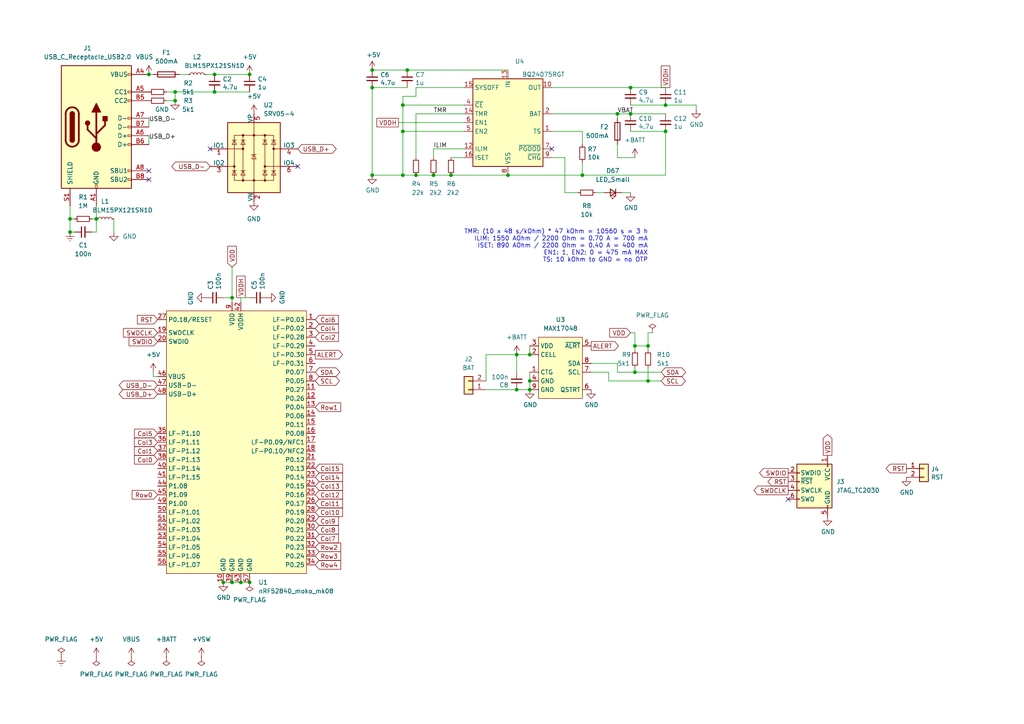
<source format=kicad_sch>
(kicad_sch (version 20211123) (generator eeschema)
  (paper "A4")
  (lib_symbols
    (symbol "Battery_Management:BQ24075RGT"
      (property "Reference" "U" (at -8.89 13.97 0))
      (property "Value" "BQ24075RGT" (at 16.51 13.97 0))
      (symbol "BQ24075RGT_0_1"
        (rectangle (start -10.16 12.7) (end 10.16 -12.7) (stroke (width 0.254)) (fill (type background)))
      )
      (symbol "BQ24075RGT_1_1"
        (pin passive line (at 12.7 -2.54 180) (length 2.54) (name "TS") (number "1"))
        (pin power_out line (at 12.7 10.16 180) (length 2.54) (name "OUT") (number "10"))
        (pin passive line (at 12.7 10.16 180) (length 2.54) hide (name "OUT") (number "11"))
        (pin passive line (at -12.7 -7.62 0) (length 2.54) (name "ILIM") (number "12"))
        (pin power_in line (at 0 15.24 270) (length 2.54) (name "IN") (number "13"))
        (pin input line (at -12.7 2.54 0) (length 2.54) (name "TMR") (number "14"))
        (pin input line (at -12.7 10.16 0) (length 2.54) (name "SYSOFF") (number "15"))
        (pin passive line (at -12.7 -10.16 0) (length 2.54) (name "ISET") (number "16"))
        (pin passive line (at 0 -15.24 90) (length 2.54) hide (name "VSS") (number "17"))
        (pin power_out line (at 12.7 2.54 180) (length 2.54) (name "BAT") (number "2"))
        (pin passive line (at 12.7 2.54 180) (length 2.54) hide (name "BAT") (number "3"))
        (pin input line (at -12.7 5.08 0) (length 2.54) (name "~{CE}") (number "4"))
        (pin input line (at -12.7 -2.54 0) (length 2.54) (name "EN2") (number "5"))
        (pin input line (at -12.7 0 0) (length 2.54) (name "EN1") (number "6"))
        (pin open_collector line (at 12.7 -7.62 180) (length 2.54) (name "~{PGOOD}") (number "7"))
        (pin power_in line (at 0 -15.24 90) (length 2.54) (name "VSS") (number "8"))
        (pin open_collector line (at 12.7 -10.16 180) (length 2.54) (name "~{CHG}") (number "9"))
      )
    )
    (symbol "Connector:USB_C_Receptacle_USB2.0" (pin_names (offset 1.016))
      (property "Reference" "J" (at -10.16 19.05 0))
      (property "Value" "USB_C_Receptacle_USB2.0" (at 19.05 19.05 0))
      (symbol "USB_C_Receptacle_USB2.0_0_0"
        (rectangle (start -0.254 -17.78) (end 0.254 -16.764))
        (rectangle (start 10.16 -14.986) (end 9.144 -15.494))
        (rectangle (start 10.16 -12.446) (end 9.144 -12.954))
        (rectangle (start 10.16 -4.826) (end 9.144 -5.334))
        (rectangle (start 10.16 -2.286) (end 9.144 -2.794))
        (rectangle (start 10.16 0.254) (end 9.144 -0.254))
        (rectangle (start 10.16 2.794) (end 9.144 2.286))
        (rectangle (start 10.16 7.874) (end 9.144 7.366))
        (rectangle (start 10.16 10.414) (end 9.144 9.906))
        (rectangle (start 10.16 15.494) (end 9.144 14.986))
      )
      (symbol "USB_C_Receptacle_USB2.0_0_1"
        (rectangle (start -10.16 17.78) (end 10.16 -17.78) (stroke (width 0.254)) (fill (type background)))
        (arc (start -8.89 -3.81) (mid -6.985 -5.715) (end -5.08 -3.81) (stroke (width 0.508)))
        (arc (start -7.62 -3.81) (mid -6.985 -4.445) (end -6.35 -3.81) (stroke (width 0.254)))
        (arc (start -7.62 -3.81) (mid -6.985 -4.445) (end -6.35 -3.81) (stroke (width 0.254)) (fill (type outline)))
        (rectangle (start -7.62 -3.81) (end -6.35 3.81) (stroke (width 0.254)) (fill (type outline)))
        (arc (start -6.35 3.81) (mid -6.985 4.445) (end -7.62 3.81) (stroke (width 0.254)))
        (arc (start -6.35 3.81) (mid -6.985 4.445) (end -7.62 3.81) (stroke (width 0.254)) (fill (type outline)))
        (arc (start -5.08 3.81) (mid -6.985 5.715) (end -8.89 3.81) (stroke (width 0.508)))
        (circle (center -2.54 1.143) (radius 0.635) (stroke (width 0.254)) (fill (type outline)))
        (circle (center 0 -5.842) (radius 1.27) (fill (type outline)))
        (polyline (pts (xy -8.89 -3.81) (xy -8.89 3.81)) (stroke (width 0.508)))
        (polyline (pts (xy -5.08 3.81) (xy -5.08 -3.81)) (stroke (width 0.508)))
        (polyline (pts (xy 0 -5.842) (xy 0 4.318)) (stroke (width 0.508)))
        (polyline (pts (xy 0 -3.302) (xy -2.54 -0.762) (xy -2.54 0.508)) (stroke (width 0.508)))
        (polyline (pts (xy 0 -2.032) (xy 2.54 0.508) (xy 2.54 1.778)) (stroke (width 0.508)))
        (polyline (pts (xy -1.27 4.318) (xy 0 6.858) (xy 1.27 4.318) (xy -1.27 4.318)) (stroke (width 0.254)) (fill (type outline)))
        (rectangle (start 1.905 1.778) (end 3.175 3.048) (stroke (width 0.254)) (fill (type outline)))
      )
      (symbol "USB_C_Receptacle_USB2.0_1_1"
        (pin passive line (at 0 -22.86 90) (length 5.08) (name "GND") (number "A1"))
        (pin passive line (at 0 -22.86 90) (length 5.08) hide (name "GND") (number "A12"))
        (pin passive line (at 15.24 15.24 180) (length 5.08) (name "VBUS") (number "A4"))
        (pin bidirectional line (at 15.24 10.16 180) (length 5.08) (name "CC1") (number "A5"))
        (pin bidirectional line (at 15.24 -2.54 180) (length 5.08) (name "D+") (number "A6"))
        (pin bidirectional line (at 15.24 2.54 180) (length 5.08) (name "D-") (number "A7"))
        (pin bidirectional line (at 15.24 -12.7 180) (length 5.08) (name "SBU1") (number "A8"))
        (pin passive line (at 15.24 15.24 180) (length 5.08) hide (name "VBUS") (number "A9"))
        (pin passive line (at 0 -22.86 90) (length 5.08) hide (name "GND") (number "B1"))
        (pin passive line (at 0 -22.86 90) (length 5.08) hide (name "GND") (number "B12"))
        (pin passive line (at 15.24 15.24 180) (length 5.08) hide (name "VBUS") (number "B4"))
        (pin bidirectional line (at 15.24 7.62 180) (length 5.08) (name "CC2") (number "B5"))
        (pin bidirectional line (at 15.24 -5.08 180) (length 5.08) (name "D+") (number "B6"))
        (pin bidirectional line (at 15.24 0 180) (length 5.08) (name "D-") (number "B7"))
        (pin bidirectional line (at 15.24 -15.24 180) (length 5.08) (name "SBU2") (number "B8"))
        (pin passive line (at 15.24 15.24 180) (length 5.08) hide (name "VBUS") (number "B9"))
        (pin passive line (at -7.62 -22.86 90) (length 5.08) (name "SHIELD") (number "S1"))
      )
    )
    (symbol "Connector_Generic:Conn_01x02" (pin_names (offset 1.016) hide)
      (property "Reference" "J" (at 0 2.54 0))
      (property "Value" "Conn_01x02" (at 0 -5.08 0))
      (symbol "Conn_01x02_1_1"
        (rectangle (start -1.27 -2.413) (end 0 -2.667) (stroke (width 0.1524)))
        (rectangle (start -1.27 0.127) (end 0 -0.127) (stroke (width 0.1524)))
        (rectangle (start -1.27 1.27) (end 1.27 -3.81) (stroke (width 0.254)) (fill (type background)))
        (pin passive line (at -5.08 0 0) (length 3.81) (name "Pin_1") (number "1"))
        (pin passive line (at -5.08 -2.54 0) (length 3.81) (name "Pin_2") (number "2"))
      )
    )
    (symbol "Device:C_Small" (pin_numbers hide) (pin_names (offset 0.254) hide)
      (property "Reference" "C" (at 0.254 1.778 0))
      (property "Value" "C_Small" (at 0.254 -2.032 0))
      (symbol "C_Small_0_1"
        (polyline (pts (xy -1.524 -0.508) (xy 1.524 -0.508)) (stroke (width 0.3302)))
        (polyline (pts (xy -1.524 0.508) (xy 1.524 0.508)) (stroke (width 0.3048)))
      )
      (symbol "C_Small_1_1"
        (pin passive line (at 0 2.54 270) (length 2.032) (name "~") (number "1"))
        (pin passive line (at 0 -2.54 90) (length 2.032) (name "~") (number "2"))
      )
    )
    (symbol "Device:Fuse" (pin_numbers hide) (pin_names (offset 0))
      (property "Reference" "F" (at 2.032 0 90))
      (property "Value" "Fuse" (at -1.905 0 90))
      (symbol "Fuse_0_1"
        (rectangle (start -0.762 -2.54) (end 0.762 2.54) (stroke (width 0.254)))
        (polyline (pts (xy 0 2.54) (xy 0 -2.54)))
      )
      (symbol "Fuse_1_1"
        (pin passive line (at 0 3.81 270) (length 1.27) (name "~") (number "1"))
        (pin passive line (at 0 -3.81 90) (length 1.27) (name "~") (number "2"))
      )
    )
    (symbol "Device:LED_Small" (pin_numbers hide) (pin_names (offset 0.254) hide)
      (property "Reference" "D" (at -1.27 3.175 0))
      (property "Value" "LED_Small" (at -4.445 -2.54 0))
      (symbol "LED_Small_0_1"
        (polyline (pts (xy -0.762 -1.016) (xy -0.762 1.016)) (stroke (width 0.254)))
        (polyline (pts (xy 1.016 0) (xy -0.762 0)))
        (polyline (pts (xy 0.762 -1.016) (xy -0.762 0) (xy 0.762 1.016) (xy 0.762 -1.016)) (stroke (width 0.254)))
        (polyline (pts (xy 0 0.762) (xy -0.508 1.27) (xy -0.254 1.27) (xy -0.508 1.27) (xy -0.508 1.016)))
        (polyline (pts (xy 0.508 1.27) (xy 0 1.778) (xy 0.254 1.778) (xy 0 1.778) (xy 0 1.524)))
      )
      (symbol "LED_Small_1_1"
        (pin passive line (at -2.54 0 0) (length 1.778) (name "K") (number "1"))
        (pin passive line (at 2.54 0 180) (length 1.778) (name "A") (number "2"))
      )
    )
    (symbol "Device:L_Small" (pin_numbers hide) (pin_names (offset 0.254) hide)
      (property "Reference" "L" (at 0.762 1.016 0))
      (property "Value" "L_Small" (at 0.762 -1.016 0))
      (symbol "L_Small_0_1"
        (arc (start 0 -2.032) (mid 0.508 -1.524) (end 0 -1.016))
        (arc (start 0 -1.016) (mid 0.508 -0.508) (end 0 0))
        (arc (start 0 0) (mid 0.508 0.508) (end 0 1.016))
        (arc (start 0 1.016) (mid 0.508 1.524) (end 0 2.032))
      )
      (symbol "L_Small_1_1"
        (pin passive line (at 0 2.54 270) (length 0.508) (name "~") (number "1"))
        (pin passive line (at 0 -2.54 90) (length 0.508) (name "~") (number "2"))
      )
    )
    (symbol "Device:R_Small" (pin_numbers hide) (pin_names (offset 0.254) hide)
      (property "Reference" "R" (at 0.762 0.508 0))
      (property "Value" "R_Small" (at 0.762 -1.016 0))
      (symbol "R_Small_0_1"
        (rectangle (start -0.762 1.778) (end 0.762 -1.778) (stroke (width 0.2032)))
      )
      (symbol "R_Small_1_1"
        (pin passive line (at 0 2.54 270) (length 0.762) (name "~") (number "1"))
        (pin passive line (at 0 -2.54 90) (length 0.762) (name "~") (number "2"))
      )
    )
    (symbol "Power_Protection:SRV05-4" (pin_names (offset 0))
      (property "Reference" "U" (at -5.08 11.43 0))
      (property "Value" "SRV05-4" (at 2.54 11.43 0))
      (symbol "SRV05-4_0_0"
        (rectangle (start -5.715 6.477) (end 5.715 -6.604))
        (polyline (pts (xy -3.175 -6.604) (xy -3.175 6.477)))
        (polyline (pts (xy 3.175 6.477) (xy 3.175 -6.604)))
      )
      (symbol "SRV05-4_0_1"
        (rectangle (start -7.62 10.16) (end 7.62 -10.16) (stroke (width 0.254)) (fill (type background)))
        (circle (center -5.715 -2.54) (radius 0.2794) (fill (type outline)))
        (circle (center -3.175 -6.604) (radius 0.2794) (fill (type outline)))
        (circle (center -3.175 2.54) (radius 0.2794) (fill (type outline)))
        (circle (center -3.175 6.477) (radius 0.2794) (fill (type outline)))
        (circle (center 0 -6.604) (radius 0.2794) (fill (type outline)))
        (polyline (pts (xy -7.747 2.54) (xy -3.175 2.54)))
        (polyline (pts (xy -7.62 -2.54) (xy -5.715 -2.54)))
        (polyline (pts (xy -5.08 -3.81) (xy -6.35 -3.81)))
        (polyline (pts (xy -5.08 5.08) (xy -6.35 5.08)))
        (polyline (pts (xy -2.54 -3.81) (xy -3.81 -3.81)))
        (polyline (pts (xy -2.54 5.08) (xy -3.81 5.08)))
        (polyline (pts (xy 0 10.16) (xy 0 -10.16)))
        (polyline (pts (xy 3.81 -3.81) (xy 2.54 -3.81)))
        (polyline (pts (xy 3.81 5.08) (xy 2.54 5.08)))
        (polyline (pts (xy 6.35 -3.81) (xy 5.08 -3.81)))
        (polyline (pts (xy 6.35 5.08) (xy 5.08 5.08)))
        (polyline (pts (xy 7.62 -2.54) (xy 3.175 -2.54)))
        (polyline (pts (xy 7.62 2.54) (xy 5.715 2.54)))
        (polyline (pts (xy 0.635 0.889) (xy -0.635 0.889) (xy -0.635 0.635)))
        (polyline (pts (xy -5.08 -5.08) (xy -6.35 -5.08) (xy -5.715 -3.81) (xy -5.08 -5.08)))
        (polyline (pts (xy -5.08 3.81) (xy -6.35 3.81) (xy -5.715 5.08) (xy -5.08 3.81)))
        (polyline (pts (xy -2.54 -5.08) (xy -3.81 -5.08) (xy -3.175 -3.81) (xy -2.54 -5.08)))
        (polyline (pts (xy -2.54 3.81) (xy -3.81 3.81) (xy -3.175 5.08) (xy -2.54 3.81)))
        (polyline (pts (xy 0.635 -0.381) (xy -0.635 -0.381) (xy 0 0.889) (xy 0.635 -0.381)))
        (polyline (pts (xy 3.81 -5.08) (xy 2.54 -5.08) (xy 3.175 -3.81) (xy 3.81 -5.08)))
        (polyline (pts (xy 3.81 3.81) (xy 2.54 3.81) (xy 3.175 5.08) (xy 3.81 3.81)))
        (polyline (pts (xy 6.35 -5.08) (xy 5.08 -5.08) (xy 5.715 -3.81) (xy 6.35 -5.08)))
        (polyline (pts (xy 6.35 3.81) (xy 5.08 3.81) (xy 5.715 5.08) (xy 6.35 3.81)))
        (circle (center 0 6.477) (radius 0.2794) (fill (type outline)))
        (circle (center 3.175 -6.604) (radius 0.2794) (fill (type outline)))
        (circle (center 3.175 -2.54) (radius 0.2794) (fill (type outline)))
        (circle (center 3.175 6.477) (radius 0.2794) (fill (type outline)))
        (circle (center 5.715 2.54) (radius 0.2794) (fill (type outline)))
      )
      (symbol "SRV05-4_1_1"
        (pin passive line (at -12.7 2.54 0) (length 5.08) (name "IO1") (number "1"))
        (pin passive line (at 0 -12.7 90) (length 2.54) (name "VN") (number "2"))
        (pin passive line (at -12.7 -2.54 0) (length 5.08) (name "IO2") (number "3"))
        (pin passive line (at 12.7 2.54 180) (length 5.08) (name "IO3") (number "4"))
        (pin passive line (at 0 12.7 270) (length 2.54) (name "VP") (number "5"))
        (pin passive line (at 12.7 -2.54 180) (length 5.08) (name "IO4") (number "6"))
      )
    )
    (symbol "marbastlib-various:JTAG_TC2030" (pin_names (offset 1.016))
      (property "Reference" "J" (at -3.81 -6.35 0))
      (property "Value" "JTAG_TC2030" (at -10.16 8.89 0))
      (symbol "JTAG_TC2030_0_1"
        (rectangle (start -3.81 7.62) (end 6.35 -5.08) (stroke (width 0.254)) (fill (type background)))
        (rectangle (start -3.048 -2.667) (end -3.81 -2.413))
        (rectangle (start -3.048 -0.127) (end -3.81 0.127))
        (rectangle (start -3.048 2.413) (end -3.81 2.667))
        (rectangle (start -3.048 4.953) (end -3.81 5.207))
        (rectangle (start 4.953 -5.08) (end 5.207 -4.318))
        (rectangle (start 4.953 6.858) (end 5.207 7.62))
      )
      (symbol "JTAG_TC2030_1_1"
        (pin passive line (at 5.08 10.16 270) (length 2.54) (name "VCC") (number "1"))
        (pin passive line (at -6.35 5.08 0) (length 2.54) (name "SWDIO") (number "2"))
        (pin passive line (at -6.35 2.54 0) (length 2.54) (name "~{RST}") (number "3"))
        (pin passive line (at -6.35 0 0) (length 2.54) (name "SWCLK") (number "4"))
        (pin passive line (at 5.08 -7.62 90) (length 2.54) (name "GND") (number "5"))
        (pin passive line (at -6.35 -2.54 0) (length 2.54) (name "SWO") (number "6"))
      )
    )
    (symbol "marbastlib-various:MAX17048"
      (property "Reference" "U" (at 0 10.16 0))
      (property "Value" "MAX17048" (at 0 -10.16 0))
      (symbol "MAX17048_0_0"
        (pin power_in line (at -8.89 -1.27 0) (length 2.54) (name "CTG") (number "1"))
        (pin power_in line (at -8.89 3.81 0) (length 2.54) (name "CELL") (number "2"))
        (pin power_in line (at -8.89 6.35 0) (length 2.54) (name "VDD") (number "3"))
        (pin power_in line (at -8.89 -3.81 0) (length 2.54) (name "GND") (number "4"))
        (pin open_collector line (at 8.89 6.35 180) (length 2.54) (name "~{ALRT}") (number "5"))
        (pin input line (at 8.89 -6.35 180) (length 2.54) (name "QSTRT") (number "6"))
        (pin bidirectional line (at 8.89 -1.27 180) (length 2.54) (name "SCL") (number "7"))
        (pin bidirectional line (at 8.89 1.27 180) (length 2.54) (name "SDA") (number "8"))
        (pin power_in line (at -8.89 -6.35 0) (length 2.54) (name "GND") (number "9"))
      )
      (symbol "MAX17048_0_1"
        (rectangle (start -6.35 8.89) (end 6.35 -8.89) (stroke (width 0.1524)) (fill (type background)))
      )
    )
    (symbol "marbastlib-various:nRF52840_moko_mk08"
      (property "Reference" "U" (at 5.715 -39.37 0))
      (property "Value" "nRF52840_moko_mk08" (at 13.335 39.37 0))
      (symbol "nRF52840_moko_mk08_0_0"
        (pin bidirectional line (at 22.86 35.56 180) (length 2.54) (name "LF-P0.03") (number "1"))
        (pin power_in line (at -3.81 -40.64 90) (length 2.54) (name "GND") (number "10"))
        (pin bidirectional line (at 22.86 15.24 180) (length 2.54) (name "P0.27") (number "11"))
        (pin bidirectional line (at 22.86 12.7 180) (length 2.54) (name "P0.26") (number "12"))
        (pin bidirectional line (at 22.86 10.16 180) (length 2.54) (name "P0.04") (number "13"))
        (pin bidirectional line (at 22.86 7.62 180) (length 2.54) (name "P0.06") (number "14"))
        (pin bidirectional line (at 22.86 5.08 180) (length 2.54) (name "P0.11") (number "15"))
        (pin bidirectional line (at 22.86 2.54 180) (length 2.54) (name "P0.08") (number "16"))
        (pin bidirectional line (at 22.86 0 180) (length 2.54) (name "LF-P0.09/NFC1") (number "17"))
        (pin bidirectional line (at 22.86 -2.54 180) (length 2.54) (name "LF-P0.10/NFC2") (number "18"))
        (pin bidirectional line (at -22.86 31.75 0) (length 2.54) (name "SWDCLK") (number "19"))
        (pin bidirectional line (at 22.86 33.02 180) (length 2.54) (name "LF-P0.02") (number "2"))
        (pin bidirectional line (at -22.86 29.21 0) (length 2.54) (name "SWDIO") (number "20"))
        (pin bidirectional line (at 22.86 -5.08 180) (length 2.54) (name "P0.12") (number "21"))
        (pin bidirectional line (at 22.86 -7.62 180) (length 2.54) (name "P0.13") (number "22"))
        (pin bidirectional line (at 22.86 -10.16 180) (length 2.54) (name "P0.14") (number "23"))
        (pin bidirectional line (at 22.86 -12.7 180) (length 2.54) (name "P0.15") (number "24"))
        (pin bidirectional line (at 22.86 -15.24 180) (length 2.54) (name "P0.16") (number "25"))
        (pin bidirectional line (at 22.86 -17.78 180) (length 2.54) (name "P0.17") (number "26"))
        (pin input line (at -22.86 35.56 0) (length 2.54) (name "P0.18/RESET") (number "27"))
        (pin bidirectional line (at 22.86 -20.32 180) (length 2.54) (name "P0.19") (number "28"))
        (pin bidirectional line (at 22.86 -22.86 180) (length 2.54) (name "P0.20") (number "29"))
        (pin bidirectional line (at 22.86 30.48 180) (length 2.54) (name "LF-P0.28") (number "3"))
        (pin bidirectional line (at 22.86 -25.4 180) (length 2.54) (name "P0.21") (number "30"))
        (pin bidirectional line (at 22.86 -27.94 180) (length 2.54) (name "P0.22") (number "31"))
        (pin bidirectional line (at 22.86 -30.48 180) (length 2.54) (name "P0.23") (number "32"))
        (pin bidirectional line (at 22.86 -33.02 180) (length 2.54) (name "P0.24") (number "33"))
        (pin bidirectional line (at 22.86 -35.56 180) (length 2.54) (name "P0.25") (number "34"))
        (pin bidirectional line (at -22.86 2.54 0) (length 2.54) (name "LF-P1.10") (number "35"))
        (pin bidirectional line (at -22.86 0 0) (length 2.54) (name "LF-P1.11") (number "36"))
        (pin bidirectional line (at -22.86 -2.54 0) (length 2.54) (name "LF-P1.12") (number "37"))
        (pin bidirectional line (at -22.86 -5.08 0) (length 2.54) (name "LF-P1.13") (number "38"))
        (pin power_in line (at -1.27 -40.64 90) (length 2.54) (name "GND") (number "39"))
        (pin bidirectional line (at 22.86 27.94 180) (length 2.54) (name "LF-P0.29") (number "4"))
        (pin bidirectional line (at -22.86 -7.62 0) (length 2.54) (name "LF-P1.14") (number "40"))
        (pin bidirectional line (at -22.86 -10.16 0) (length 2.54) (name "LF-P1.15") (number "41"))
        (pin power_in line (at 1.27 40.64 270) (length 2.54) (name "VDDH") (number "42"))
        (pin power_in line (at 1.27 -40.64 90) (length 2.54) (name "GND") (number "43"))
        (pin bidirectional line (at -22.86 -12.7 0) (length 2.54) (name "P1.08") (number "44"))
        (pin bidirectional line (at -22.86 -15.24 0) (length 2.54) (name "P1.09") (number "45"))
        (pin power_in line (at -22.86 19.05 0) (length 2.54) (name "VBUS") (number "46"))
        (pin bidirectional line (at -22.86 16.51 0) (length 2.54) (name "USB-D-") (number "47"))
        (pin bidirectional line (at -22.86 13.97 0) (length 2.54) (name "USB-D+") (number "48"))
        (pin bidirectional line (at -22.86 -17.78 0) (length 2.54) (name "P1.00") (number "49"))
        (pin bidirectional line (at 22.86 25.4 180) (length 2.54) (name "LF-P0.30") (number "5"))
        (pin bidirectional line (at -22.86 -20.32 0) (length 2.54) (name "LF-P1.01") (number "50"))
        (pin bidirectional line (at -22.86 -22.86 0) (length 2.54) (name "LF-P1.02") (number "51"))
        (pin bidirectional line (at -22.86 -25.4 0) (length 2.54) (name "LF-P1.03") (number "52"))
        (pin bidirectional line (at -22.86 -27.94 0) (length 2.54) (name "LF-P1.04") (number "53"))
        (pin bidirectional line (at -22.86 -30.48 0) (length 2.54) (name "LF-P1.05") (number "54"))
        (pin bidirectional line (at -22.86 -33.02 0) (length 2.54) (name "LF-P1.06") (number "55"))
        (pin bidirectional line (at -22.86 -35.56 0) (length 2.54) (name "LF-P1.07") (number "56"))
        (pin power_in line (at 3.81 -40.64 90) (length 2.54) (name "GND") (number "57"))
        (pin bidirectional line (at 22.86 22.86 180) (length 2.54) (name "LF-P0.31") (number "6"))
        (pin bidirectional line (at 22.86 20.32 180) (length 2.54) (name "P0.07") (number "7"))
        (pin bidirectional line (at 22.86 17.78 180) (length 2.54) (name "P0.05") (number "8"))
        (pin power_in line (at -1.27 40.64 270) (length 2.54) (name "VDD") (number "9"))
      )
      (symbol "nRF52840_moko_mk08_0_1"
        (rectangle (start -20.32 38.1) (end 20.32 -38.1) (stroke (width 0.1524)) (fill (type background)))
      )
    )
    (symbol "power:+5V" (power) (pin_names (offset 0))
      (property "Value" "+5V" (at 0 3.556 0))
      (symbol "+5V_0_1"
        (polyline (pts (xy -0.762 1.27) (xy 0 2.54)))
        (polyline (pts (xy 0 0) (xy 0 2.54)))
        (polyline (pts (xy 0 2.54) (xy 0.762 1.27)))
      )
      (symbol "+5V_1_1"
        (pin power_in line (at 0 0 90) (length 0) hide (name "+5V") (number "1"))
      )
    )
    (symbol "power:+BATT" (power) (pin_names (offset 0))
      (property "Value" "+BATT" (at 0 3.556 0))
      (symbol "+BATT_0_1"
        (polyline (pts (xy -0.762 1.27) (xy 0 2.54)))
        (polyline (pts (xy 0 0) (xy 0 2.54)))
        (polyline (pts (xy 0 2.54) (xy 0.762 1.27)))
      )
      (symbol "+BATT_1_1"
        (pin power_in line (at 0 0 90) (length 0) hide (name "+BATT") (number "1"))
      )
    )
    (symbol "power:+VSW" (power) (pin_names (offset 0))
      (property "Value" "+VSW" (at 0 3.556 0))
      (symbol "+VSW_0_1"
        (polyline (pts (xy -0.762 1.27) (xy 0 2.54)))
        (polyline (pts (xy 0 0) (xy 0 2.54)))
        (polyline (pts (xy 0 2.54) (xy 0.762 1.27)))
      )
      (symbol "+VSW_1_1"
        (pin power_in line (at 0 0 90) (length 0) hide (name "+VSW") (number "1"))
      )
    )
    (symbol "power:Earth" (power) (pin_names (offset 0))
      (symbol "Earth_0_1"
        (polyline (pts (xy -0.635 -1.905) (xy 0.635 -1.905)))
        (polyline (pts (xy -0.127 -2.54) (xy 0.127 -2.54)))
        (polyline (pts (xy 0 -1.27) (xy 0 0)))
        (polyline (pts (xy 1.27 -1.27) (xy -1.27 -1.27)))
      )
      (symbol "Earth_1_1"
        (pin power_in line (at 0 0 270) (length 0) hide (name "Earth") (number "1"))
      )
    )
    (symbol "power:GND" (power) (pin_names (offset 0))
      (property "Value" "GND" (at 0 -3.81 0))
      (symbol "GND_0_1"
        (polyline (pts (xy 0 0) (xy 0 -1.27) (xy 1.27 -1.27) (xy 0 -2.54) (xy -1.27 -1.27) (xy 0 -1.27)))
      )
      (symbol "GND_1_1"
        (pin power_in line (at 0 0 270) (length 0) hide (name "GND") (number "1"))
      )
    )
    (symbol "power:PWR_FLAG" (power) (pin_numbers hide) (pin_names (offset 0) hide)
      (property "Value" "PWR_FLAG" (at 0 3.81 0))
      (symbol "PWR_FLAG_0_0"
        (pin power_out line (at 0 0 90) (length 0) (name "pwr") (number "1"))
      )
      (symbol "PWR_FLAG_0_1"
        (polyline (pts (xy 0 0) (xy 0 1.27) (xy -1.016 1.905) (xy 0 2.54) (xy 1.016 1.905) (xy 0 1.27)))
      )
    )
    (symbol "power:VBUS" (power) (pin_names (offset 0))
      (property "Value" "VBUS" (at 0 3.81 0))
      (symbol "VBUS_0_1"
        (polyline (pts (xy -0.762 1.27) (xy 0 2.54)))
        (polyline (pts (xy 0 0) (xy 0 2.54)))
        (polyline (pts (xy 0 2.54) (xy 0.762 1.27)))
      )
      (symbol "VBUS_1_1"
        (pin power_in line (at 0 0 90) (length 0) hide (name "VBUS") (number "1"))
      )
    )
  )
  (junction (at 149.86 102.87))
  (junction (at 43.18 21.59))
  (junction (at 62.23 21.59))
  (junction (at 193.04 30.48) (diameter 0.9144))
  (junction (at 72.39 21.59))
  (junction (at 153.67 102.87))
  (junction (at 50.8 26.67))
  (junction (at 187.96 100.33))
  (junction (at 184.15 100.33))
  (junction (at 147.32 50.8))
  (junction (at 62.23 26.67))
  (junction (at 67.31 168.91))
  (junction (at 153.67 113.03))
  (junction (at 182.88 33.02) (diameter 0.9144))
  (junction (at 107.95 25.4) (diameter 0.9144))
  (junction (at 118.11 20.32) (diameter 0.9144))
  (junction (at 168.91 50.8) (diameter 0.9144))
  (junction (at 125.73 50.8) (diameter 0.9144))
  (junction (at 67.31 86.36))
  (junction (at 50.8 29.21))
  (junction (at 184.15 107.95))
  (junction (at 20.32 67.31))
  (junction (at 153.67 110.49))
  (junction (at 116.84 38.1) (diameter 0.9144))
  (junction (at 182.88 25.4) (diameter 0.9144))
  (junction (at 120.65 50.8) (diameter 0.9144))
  (junction (at 72.39 168.91))
  (junction (at 27.94 63.5))
  (junction (at 107.95 20.32) (diameter 0.9144))
  (junction (at 69.85 168.91))
  (junction (at 107.95 50.8) (diameter 0.9144))
  (junction (at 149.86 113.03))
  (junction (at 193.04 38.1) (diameter 0.9144))
  (junction (at 187.96 110.49))
  (junction (at 116.84 30.48))
  (junction (at 20.32 63.5))
  (junction (at 130.81 50.8) (diameter 0.9144))
  (junction (at 116.84 50.8) (diameter 0.9144))
  (junction (at 179.07 33.02))
  (junction (at 64.77 168.91))
  (no_connect (at 43.18 49.53))
  (no_connect (at 60.96 43.18))
  (no_connect (at 43.18 52.07))
  (no_connect (at 160.02 43.18))
  (no_connect (at 228.6 144.78))
  (no_connect (at 86.36 48.26))
  (wire (pts (xy 115.57 35.56) (xy 134.62 35.56)))
  (wire (pts (xy 184.15 96.52) (xy 182.88 96.52)))
  (wire (pts (xy 193.04 50.8) (xy 193.04 38.1)))
  (wire (pts (xy 187.96 110.49) (xy 191.77 110.49)))
  (wire (pts (xy 179.07 107.95) (xy 179.07 105.41)))
  (wire (pts (xy 107.95 50.8) (xy 116.84 50.8)))
  (wire (pts (xy 52.07 21.59) (xy 54.61 21.59)))
  (wire (pts (xy 116.84 27.94) (xy 116.84 30.48)))
  (wire (pts (xy 130.81 50.8) (xy 147.32 50.8)))
  (wire (pts (xy 43.18 39.37) (xy 43.18 41.91)))
  (wire (pts (xy 64.77 86.36) (xy 67.31 86.36)))
  (wire (pts (xy 149.86 107.95) (xy 149.86 102.87)))
  (wire (pts (xy 67.31 86.36) (xy 67.31 87.63)))
  (wire (pts (xy 149.86 102.87) (xy 153.67 102.87)))
  (wire (pts (xy 125.73 43.18) (xy 134.62 43.18)))
  (wire (pts (xy 184.15 101.6) (xy 184.15 100.33)))
  (wire (pts (xy 168.91 46.99) (xy 168.91 50.8)))
  (wire (pts (xy 171.45 107.95) (xy 176.53 107.95)))
  (wire (pts (xy 201.93 31.75) (xy 201.93 30.48)))
  (wire (pts (xy 62.23 21.59) (xy 72.39 21.59)))
  (wire (pts (xy 187.96 100.33) (xy 187.96 96.52)))
  (wire (pts (xy 160.02 25.4) (xy 182.88 25.4)))
  (wire (pts (xy 48.26 29.21) (xy 50.8 29.21)))
  (wire (pts (xy 182.88 25.4) (xy 193.04 25.4)))
  (wire (pts (xy 69.85 168.91) (xy 72.39 168.91)))
  (wire (pts (xy 176.53 110.49) (xy 187.96 110.49)))
  (wire (pts (xy 153.67 110.49) (xy 153.67 113.03)))
  (wire (pts (xy 69.85 86.36) (xy 72.39 86.36)))
  (wire (pts (xy 140.97 102.87) (xy 149.86 102.87)))
  (wire (pts (xy 50.8 26.67) (xy 62.23 26.67)))
  (wire (pts (xy 179.07 41.91) (xy 179.07 45.72)))
  (wire (pts (xy 168.91 50.8) (xy 193.04 50.8)))
  (wire (pts (xy 184.15 106.68) (xy 184.15 107.95)))
  (wire (pts (xy 107.95 20.32) (xy 118.11 20.32)))
  (wire (pts (xy 187.96 96.52) (xy 189.23 96.52)))
  (wire (pts (xy 27.94 67.31) (xy 27.94 63.5)))
  (wire (pts (xy 125.73 43.18) (xy 125.73 45.72)))
  (wire (pts (xy 182.88 30.48) (xy 193.04 30.48)))
  (wire (pts (xy 187.96 100.33) (xy 187.96 101.6)))
  (wire (pts (xy 62.23 26.67) (xy 72.39 26.67)))
  (wire (pts (xy 67.31 77.47) (xy 67.31 86.36)))
  (wire (pts (xy 118.11 20.32) (xy 147.32 20.32)))
  (wire (pts (xy 59.69 21.59) (xy 62.23 21.59)))
  (wire (pts (xy 27.94 63.5) (xy 27.94 59.69)))
  (wire (pts (xy 140.97 110.49) (xy 140.97 102.87)))
  (wire (pts (xy 43.18 21.59) (xy 44.45 21.59)))
  (wire (pts (xy 191.77 107.95) (xy 184.15 107.95)))
  (wire (pts (xy 160.02 38.1) (xy 168.91 38.1)))
  (wire (pts (xy 44.45 109.22) (xy 45.72 109.22)))
  (wire (pts (xy 125.73 50.8) (xy 130.81 50.8)))
  (wire (pts (xy 160.02 45.72) (xy 163.83 45.72)))
  (wire (pts (xy 120.65 27.94) (xy 116.84 27.94)))
  (wire (pts (xy 64.77 168.91) (xy 67.31 168.91)))
  (wire (pts (xy 116.84 38.1) (xy 134.62 38.1)))
  (wire (pts (xy 48.26 26.67) (xy 50.8 26.67)))
  (wire (pts (xy 180.34 55.88) (xy 182.88 55.88)))
  (wire (pts (xy 163.83 55.88) (xy 167.64 55.88)))
  (wire (pts (xy 153.67 100.33) (xy 153.67 102.87)))
  (wire (pts (xy 116.84 50.8) (xy 120.65 50.8)))
  (wire (pts (xy 130.81 45.72) (xy 134.62 45.72)))
  (wire (pts (xy 140.97 113.03) (xy 149.86 113.03)))
  (wire (pts (xy 33.02 63.5) (xy 33.02 67.31)))
  (wire (pts (xy 134.62 25.4) (xy 120.65 25.4)))
  (wire (pts (xy 179.07 105.41) (xy 171.45 105.41)))
  (wire (pts (xy 26.67 67.31) (xy 27.94 67.31)))
  (wire (pts (xy 107.95 50.8) (xy 107.95 25.4)))
  (wire (pts (xy 201.93 30.48) (xy 193.04 30.48)))
  (wire (pts (xy 116.84 30.48) (xy 134.62 30.48)))
  (wire (pts (xy 179.07 33.02) (xy 182.88 33.02)))
  (wire (pts (xy 43.18 34.29) (xy 43.18 36.83)))
  (wire (pts (xy 184.15 100.33) (xy 187.96 100.33)))
  (wire (pts (xy 176.53 107.95) (xy 176.53 110.49)))
  (wire (pts (xy 160.02 33.02) (xy 179.07 33.02)))
  (wire (pts (xy 20.32 63.5) (xy 20.32 67.31)))
  (wire (pts (xy 182.88 38.1) (xy 193.04 38.1)))
  (wire (pts (xy 179.07 33.02) (xy 179.07 34.29)))
  (wire (pts (xy 168.91 41.91) (xy 168.91 38.1)))
  (wire (pts (xy 163.83 45.72) (xy 163.83 55.88)))
  (wire (pts (xy 153.67 107.95) (xy 153.67 110.49)))
  (wire (pts (xy 187.96 106.68) (xy 187.96 110.49)))
  (wire (pts (xy 120.65 33.02) (xy 120.65 45.72)))
  (wire (pts (xy 184.15 100.33) (xy 184.15 96.52)))
  (wire (pts (xy 120.65 50.8) (xy 125.73 50.8)))
  (wire (pts (xy 120.65 25.4) (xy 120.65 27.94)))
  (wire (pts (xy 67.31 168.91) (xy 69.85 168.91)))
  (wire (pts (xy 107.95 25.4) (xy 118.11 25.4)))
  (wire (pts (xy 172.72 55.88) (xy 175.26 55.88)))
  (wire (pts (xy 69.85 87.63) (xy 69.85 86.36)))
  (wire (pts (xy 147.32 50.8) (xy 168.91 50.8)))
  (wire (pts (xy 26.67 63.5) (xy 27.94 63.5)))
  (wire (pts (xy 149.86 113.03) (xy 153.67 113.03)))
  (wire (pts (xy 120.65 33.02) (xy 134.62 33.02)))
  (wire (pts (xy 20.32 59.69) (xy 20.32 63.5)))
  (wire (pts (xy 44.45 107.95) (xy 44.45 109.22)))
  (wire (pts (xy 184.15 107.95) (xy 179.07 107.95)))
  (wire (pts (xy 50.8 26.67) (xy 50.8 29.21)))
  (wire (pts (xy 182.88 33.02) (xy 193.04 33.02)))
  (wire (pts (xy 116.84 38.1) (xy 116.84 50.8)))
  (wire (pts (xy 20.32 63.5) (xy 21.59 63.5)))
  (wire (pts (xy 179.07 45.72) (xy 184.15 45.72)))
  (wire (pts (xy 116.84 30.48) (xy 116.84 38.1)))
  (wire (pts (xy 20.32 67.31) (xy 21.59 67.31)))
  (text "TMR: (10 x 48 s/kOhm) * 47 kOhm = 10560 s = 3 h\nILIM: 1550 AOhm / 2200 Ohm = 0.70 A = 700 mA\nISET: 890 AOhm / 2200 Ohm = 0.40 A = 400 mA\nEN1: 1, EN2: 0 = 475 mA MAX\nTS: 10 kOhm to GND = no OTP" (at 187.96 76.2 0) (effects (font (size 1.27 1.27)) (justify right bottom)))
  (label "TMR" (at 125.73 33.02 0))
  (label "USB_D-" (at 43.18 35.56 0))
  (label "ILIM" (at 125.73 43.18 0))
  (label "VBAT" (at 179.07 33.02 0))
  (label "USB_D+" (at 43.18 40.64 0))
  (global_label "Col4" (shape input) (at 91.44 95.25 0) (property "Intersheet References" "${INTERSHEET_REFS}" (effects hide)))
  (global_label "ALERT" (shape output) (at 91.44 102.87 0) (property "Intersheet References" "${INTERSHEET_REFS}" (effects hide)))
  (global_label "SDA" (shape bidirectional) (at 91.44 107.95 0) (property "Intersheet References" "${INTERSHEET_REFS}" (effects hide)))
  (global_label "USB_D-" (shape bidirectional) (at 60.96 48.26 180) (property "Intersheet References" "${INTERSHEET_REFS}" (effects hide)))
  (global_label "SWDIO" (shape input) (at 45.72 99.06 180) (property "Intersheet References" "${INTERSHEET_REFS}" (effects hide)))
  (global_label "Col0" (shape input) (at 45.72 133.35 180) (property "Intersheet References" "${INTERSHEET_REFS}" (effects hide)))
  (global_label "Col6" (shape input) (at 91.44 92.71 0) (property "Intersheet References" "${INTERSHEET_REFS}" (effects hide)))
  (global_label "Row2" (shape input) (at 91.44 158.75 0) (property "Intersheet References" "${INTERSHEET_REFS}" (effects hide)))
  (global_label "Col7" (shape input) (at 91.44 156.21 0) (property "Intersheet References" "${INTERSHEET_REFS}" (effects hide)))
  (global_label "Col3" (shape input) (at 45.72 128.27 180) (property "Intersheet References" "${INTERSHEET_REFS}" (effects hide)))
  (global_label "Col15" (shape input) (at 91.44 135.89 0) (property "Intersheet References" "${INTERSHEET_REFS}" (effects hide)))
  (global_label "VDDH" (shape passive) (at 69.85 86.36 90) (property "Intersheet References" "${INTERSHEET_REFS}" (effects hide)))
  (global_label "ALERT" (shape output) (at 171.45 100.33 0) (property "Intersheet References" "${INTERSHEET_REFS}" (effects hide)))
  (global_label "VDDH" (shape passive) (at 115.57 35.56 180) (property "Intersheet References" "${INTERSHEET_REFS}" (effects hide)))
  (global_label "Row0" (shape input) (at 45.72 143.51 180) (property "Intersheet References" "${INTERSHEET_REFS}" (effects hide)))
  (global_label "USB_D+" (shape bidirectional) (at 45.72 114.3 180) (property "Intersheet References" "${INTERSHEET_REFS}" (effects hide)))
  (global_label "VDD" (shape output) (at 240.03 132.08 90) (property "Intersheet References" "${INTERSHEET_REFS}" (effects hide)))
  (global_label "SWDCLK" (shape output) (at 228.6 142.24 180) (property "Intersheet References" "${INTERSHEET_REFS}" (effects hide)))
  (global_label "SWDIO" (shape output) (at 228.6 137.16 180) (property "Intersheet References" "${INTERSHEET_REFS}" (effects hide)))
  (global_label "VDD" (shape input) (at 67.31 77.47 90) (property "Intersheet References" "${INTERSHEET_REFS}" (effects hide)))
  (global_label "SDA" (shape bidirectional) (at 191.77 107.95 0) (property "Intersheet References" "${INTERSHEET_REFS}" (effects hide)))
  (global_label "USB_D+" (shape bidirectional) (at 86.36 43.18 0) (property "Intersheet References" "${INTERSHEET_REFS}" (effects hide)))
  (global_label "VDDH" (shape passive) (at 193.04 25.4 90) (property "Intersheet References" "${INTERSHEET_REFS}" (effects hide)))
  (global_label "Col10" (shape input) (at 91.44 148.59 0) (property "Intersheet References" "${INTERSHEET_REFS}" (effects hide)))
  (global_label "VDD" (shape input) (at 182.88 96.52 180) (property "Intersheet References" "${INTERSHEET_REFS}" (effects hide)))
  (global_label "Col2" (shape input) (at 91.44 97.79 0) (property "Intersheet References" "${INTERSHEET_REFS}" (effects hide)))
  (global_label "Row3" (shape input) (at 91.44 161.29 0) (property "Intersheet References" "${INTERSHEET_REFS}" (effects hide)))
  (global_label "Col1" (shape input) (at 45.72 130.81 180) (property "Intersheet References" "${INTERSHEET_REFS}" (effects hide)))
  (global_label "Col13" (shape input) (at 91.44 140.97 0) (property "Intersheet References" "${INTERSHEET_REFS}" (effects hide)))
  (global_label "USB_D-" (shape bidirectional) (at 45.72 111.76 180) (property "Intersheet References" "${INTERSHEET_REFS}" (effects hide)))
  (global_label "RST" (shape input) (at 45.72 92.71 180) (property "Intersheet References" "${INTERSHEET_REFS}" (effects hide)))
  (global_label "Col14" (shape input) (at 91.44 138.43 0) (property "Intersheet References" "${INTERSHEET_REFS}" (effects hide)))
  (global_label "RST" (shape output) (at 228.6 139.7 180) (property "Intersheet References" "${INTERSHEET_REFS}" (effects hide)))
  (global_label "Col5" (shape input) (at 45.72 125.73 180) (property "Intersheet References" "${INTERSHEET_REFS}" (effects hide)))
  (global_label "Col8" (shape input) (at 91.44 153.67 0) (property "Intersheet References" "${INTERSHEET_REFS}" (effects hide)))
  (global_label "SWDCLK" (shape input) (at 45.72 96.52 180) (property "Intersheet References" "${INTERSHEET_REFS}" (effects hide)))
  (global_label "Col9" (shape input) (at 91.44 151.13 0) (property "Intersheet References" "${INTERSHEET_REFS}" (effects hide)))
  (global_label "Row4" (shape input) (at 91.44 163.83 0) (property "Intersheet References" "${INTERSHEET_REFS}" (effects hide)))
  (global_label "SCL" (shape bidirectional) (at 191.77 110.49 0) (property "Intersheet References" "${INTERSHEET_REFS}" (effects hide)))
  (global_label "Col12" (shape input) (at 91.44 143.51 0) (property "Intersheet References" "${INTERSHEET_REFS}" (effects hide)))
  (global_label "Col11" (shape input) (at 91.44 146.05 0) (property "Intersheet References" "${INTERSHEET_REFS}" (effects hide)))
  (global_label "Row1" (shape input) (at 91.44 118.11 0) (property "Intersheet References" "${INTERSHEET_REFS}" (effects hide)))
  (global_label "SCL" (shape bidirectional) (at 91.44 110.49 0) (property "Intersheet References" "${INTERSHEET_REFS}" (effects hide)))
  (global_label "RST" (shape output) (at 262.89 135.89 180) (property "Intersheet References" "${INTERSHEET_REFS}" (effects hide)))
  (symbol (lib_id "power:+BATT") (at 48.26 190.5 0) (unit 1)
    (property "Reference" "#PWR0121" (effects hide))
    (property "Value" "+BATT" (at 48.26 185.42 0))
  )
  (symbol (lib_id "Device:C_Small") (at 182.88 27.94 0) (unit 1)
    (property "Reference" "C9" (at 185.2168 26.7716 0) (effects (justify left)))
    (property "Value" "4.7u" (at 185.2168 29.083 0) (effects (justify left)))
    (property "Footprint" "Capacitor_SMD:C_0402_1005Metric" (effects hide))
    (property "LCSC" "C23733" (effects hide))
    (property "Notes" "X7R, 10%" (effects hide))
  )
  (symbol (lib_id "Device:L_Small") (at 57.15 21.59 90) (unit 1)
    (property "Reference" "L2" (at 57.15 16.51 90))
    (property "Value" "BLM15PX121SN1D" (at 62.23 19.05 90))
    (property "Footprint" "Inductor_SMD:L_0402_1005Metric" (effects hide))
    (property "LCSC" "C88970" (effects hide))
  )
  (symbol (lib_id "power:GND") (at 171.45 113.03 0) (unit 1)
    (property "Reference" "#PWR03" (effects hide))
    (property "Value" "GND" (at 171.577 117.4242 0))
  )
  (symbol (lib_id "power:GND") (at 77.47 86.36 90) (unit 1)
    (property "Reference" "#PWR0112" (effects hide))
    (property "Value" "GND" (at 81.8642 86.233 0))
  )
  (symbol (lib_id "power:PWR_FLAG") (at 48.26 190.5 180) (unit 1)
    (property "Reference" "#FLG0103" (effects hide))
    (property "Value" "PWR_FLAG" (at 48.26 195.58 0))
  )
  (symbol (lib_id "Device:R_Small") (at 168.91 44.45 0) (unit 1)
    (property "Reference" "R7" (at 170.4086 43.2816 0) (effects (justify left)))
    (property "Value" "10k" (at 170.4086 45.593 0) (effects (justify left)))
    (property "Footprint" "Resistor_SMD:R_0402_1005Metric" (effects hide))
    (property "LCSC" "C25744" (effects hide))
  )
  (symbol (lib_id "power:+VSW") (at 58.42 190.5 0) (unit 1)
    (property "Reference" "#PWR0120" (effects hide))
    (property "Value" "+VSW" (at 58.42 185.42 0))
  )
  (symbol (lib_id "marbastlib-various:nRF52840_moko_mk08") (at 68.58 128.27 0) (unit 1)
    (property "Reference" "U1" (at 74.93 168.91 0) (effects (justify left)))
    (property "Value" "nRF52840_moko_mk08" (at 74.93 171.45 0) (effects (justify left)))
    (property "Footprint" "marbastlib-various:nRF52840_moko_mk08" (effects hide))
    (property "Datasheet" "https://www.mokoblue.com/wp-content/uploads/2021/07/MK08_Bluetooth_Module_Datasheet-V1.0-20112601.pdf" (effects hide))
  )
  (symbol (lib_id "Device:R_Small") (at 45.72 29.21 90) (unit 1)
    (property "Reference" "R3" (at 54.61 29.21 90))
    (property "Value" "5k1" (at 54.61 31.75 90))
    (property "Footprint" "Resistor_SMD:R_0402_1005Metric" (effects hide))
  )
  (symbol (lib_id "Device:LED_Small") (at 177.8 55.88 180) (unit 1)
    (property "Reference" "D67" (at 177.7365 49.53 0))
    (property "Value" "LED_Small" (at 177.7365 52.07 0))
    (property "Footprint" "LED_SMD:LED_0603_1608Metric" (effects hide))
  )
  (symbol (lib_id "power:GND") (at 201.93 31.75 0) (unit 1)
    (property "Reference" "#PWR0114" (effects hide))
    (property "Value" "GND" (at 202.057 36.1442 0))
  )
  (symbol (lib_id "marbastlib-various:JTAG_TC2030") (at 234.95 142.24 0) (unit 1)
    (property "Reference" "J3" (at 242.57 139.6999 0) (effects (justify left)))
    (property "Value" "JTAG_TC2030" (at 242.57 142.2399 0) (effects (justify left)))
    (property "Footprint" "marbastlib-various:CON_TC2030_outlined" (effects hide))
    (property "Datasheet" " ~" (effects hide))
  )
  (symbol (lib_id "power:+5V") (at 72.39 21.59 0) (unit 1)
    (property "Reference" "#PWR0110" (effects hide))
    (property "Value" "+5V" (at 72.39 16.51 0))
  )
  (symbol (lib_id "Device:C_Small") (at 62.23 86.36 90) (unit 1)
    (property "Reference" "C3" (at 61.0616 84.0232 0) (effects (justify left)))
    (property "Value" "100n" (at 63.373 84.0232 0) (effects (justify left)))
    (property "Footprint" "Capacitor_SMD:C_0402_1005Metric" (effects hide))
    (property "LCSC" "C52923" (effects hide))
    (property "Notes" "X7R, 10%" (effects hide))
  )
  (symbol (lib_id "Device:R_Small") (at 170.18 55.88 90) (unit 1)
    (property "Reference" "R8" (at 170.18 59.69 90))
    (property "Value" "10k" (at 170.18 62.23 90))
    (property "Footprint" "Resistor_SMD:R_0402_1005Metric" (effects hide))
    (property "LCSC" "C25744" (effects hide))
  )
  (symbol (lib_id "Device:Fuse") (at 48.26 21.59 90) (unit 1)
    (property "Reference" "F1" (at 48.26 15.24 90))
    (property "Value" "500mA" (at 48.26 17.78 90))
    (property "Footprint" "Fuse:Fuse_0603_1608Metric" (effects hide))
  )
  (symbol (lib_id "Device:C_Small") (at 107.95 22.86 0) (unit 1)
    (property "Reference" "C6" (at 110.2868 21.6916 0) (effects (justify left)))
    (property "Value" "4.7u" (at 110.2868 24.003 0) (effects (justify left)))
    (property "Footprint" "Capacitor_SMD:C_0402_1005Metric" (effects hide))
    (property "LCSC" "C23733" (effects hide))
    (property "Notes" "X7R, 10%" (effects hide))
  )
  (symbol (lib_id "marbastlib-various:MAX17048") (at 162.56 106.68 0) (unit 1)
    (property "Reference" "U3" (at 162.56 92.71 0))
    (property "Value" "MAX17048" (at 162.56 95.25 0))
    (property "Footprint" "Package_DFN_QFN:DFN-8-1EP_2x2mm_P0.5mm_EP0.7x1.3mm" (effects hide))
    (property "Datasheet" "https://datasheets.maximintegrated.com/en/ds/MAX17048-MAX17049.pdf" (effects hide))
  )
  (symbol (lib_id "power:GND") (at 153.67 113.03 0) (unit 1)
    (property "Reference" "#PWR02" (effects hide))
    (property "Value" "GND" (at 153.797 117.4242 0))
  )
  (symbol (lib_id "power:+BATT") (at 184.15 45.72 0) (unit 1)
    (property "Reference" "#PWR0113" (effects hide))
    (property "Value" "+BATT" (at 184.15 40.64 0))
  )
  (symbol (lib_id "power:PWR_FLAG") (at 72.39 168.91 180) (unit 1)
    (property "Reference" "#FLG0101" (effects hide))
    (property "Value" "PWR_FLAG" (at 72.39 173.99 0))
  )
  (symbol (lib_id "Connector_Generic:Conn_01x02") (at 267.97 135.89 0) (unit 1)
    (property "Reference" "J4" (at 270.002 136.0932 0) (effects (justify left)))
    (property "Value" "RST" (at 270.002 138.4046 0) (effects (justify left)))
    (property "Footprint" "Connector_PinHeader_2.54mm:PinHeader_1x02_P2.54mm_Vertical" (effects hide))
  )
  (symbol (lib_id "Device:C_Small") (at 149.86 110.49 180) (unit 1)
    (property "Reference" "C8" (at 147.5232 111.6584 0) (effects (justify left)))
    (property "Value" "100n" (at 147.5232 109.347 0) (effects (justify left)))
    (property "Footprint" "Capacitor_SMD:C_0402_1005Metric" (effects hide))
    (property "LCSC" "C52923" (effects hide))
    (property "Notes" "X7R, 10%" (effects hide))
  )
  (symbol (lib_id "Device:C_Small") (at 72.39 24.13 0) (unit 1)
    (property "Reference" "C4" (at 74.7268 22.9616 0) (effects (justify left)))
    (property "Value" "1u" (at 74.7268 25.273 0) (effects (justify left)))
    (property "Footprint" "Capacitor_SMD:C_0402_1005Metric" (effects hide))
    (property "LCSC" "C52923" (effects hide))
    (property "Notes" "X7R, 10%" (effects hide))
  )
  (symbol (lib_id "Device:C_Small") (at 74.93 86.36 90) (unit 1)
    (property "Reference" "C5" (at 73.7616 84.0232 0) (effects (justify left)))
    (property "Value" "100n" (at 76.073 84.0232 0) (effects (justify left)))
    (property "Footprint" "Capacitor_SMD:C_0402_1005Metric" (effects hide))
    (property "LCSC" "C52923" (effects hide))
    (property "Notes" "X7R, 10%" (effects hide))
  )
  (symbol (lib_id "power:GND") (at 50.8 29.21 0) (unit 1)
    (property "Reference" "#PWR0116" (effects hide))
    (property "Value" "GND" (at 46.99 31.75 0))
  )
  (symbol (lib_id "Device:L_Small") (at 30.48 63.5 90) (unit 1)
    (property "Reference" "L1" (at 30.48 58.42 90))
    (property "Value" "BLM15PX121SN1D" (at 35.56 60.96 90))
    (property "Footprint" "Inductor_SMD:L_0402_1005Metric" (effects hide))
    (property "LCSC" "C88970" (effects hide))
  )
  (symbol (lib_id "Device:R_Small") (at 125.73 48.26 0) (unit 1)
    (property "Reference" "R5" (at 124.46 53.34 0) (effects (justify left)))
    (property "Value" "2k2" (at 124.46 55.88 0) (effects (justify left)))
    (property "Footprint" "Resistor_SMD:R_0402_1005Metric" (effects hide))
    (property "LCSC" "C25867" (effects hide))
  )
  (symbol (lib_id "power:GND") (at 33.02 67.31 0) (unit 1)
    (property "Reference" "#PWR0118" (effects hide))
    (property "Value" "GND" (at 35.56 68.5799 0) (effects (justify left)))
  )
  (symbol (lib_id "power:+5V") (at 44.45 107.95 0) (unit 1)
    (property "Reference" "#PWR0125" (effects hide))
    (property "Value" "+5V" (at 44.45 102.87 0))
  )
  (symbol (lib_id "power:GND") (at 182.88 55.88 0) (unit 1)
    (property "Reference" "#PWR0103" (effects hide))
    (property "Value" "GND" (at 183.007 60.2742 0))
  )
  (symbol (lib_id "power:+BATT") (at 149.86 102.87 0) (unit 1)
    (property "Reference" "#PWR01" (effects hide))
    (property "Value" "+BATT" (at 149.86 97.79 0))
  )
  (symbol (lib_id "power:Earth") (at 20.32 67.31 0) (unit 1)
    (property "Reference" "#PWR0115" (effects hide))
    (property "Value" "Earth" (effects hide))
  )
  (symbol (lib_id "power:GND") (at 262.89 138.43 0) (unit 1)
    (property "Reference" "#PWR0105" (effects hide))
    (property "Value" "GND" (at 263.017 142.8242 0))
  )
  (symbol (lib_id "Device:R_Small") (at 130.81 48.26 0) (unit 1)
    (property "Reference" "R6" (at 129.54 53.34 0) (effects (justify left)))
    (property "Value" "2k2" (at 129.54 55.88 0) (effects (justify left)))
    (property "Footprint" "Resistor_SMD:R_0402_1005Metric" (effects hide))
    (property "LCSC" "C25744" (effects hide))
  )
  (symbol (lib_id "Device:C_Small") (at 24.13 67.31 90) (unit 1)
    (property "Reference" "C1" (at 24.1363 71.12 90))
    (property "Value" "100n" (at 24.1363 73.66 90))
    (property "Footprint" "Capacitor_SMD:C_0402_1005Metric" (effects hide))
  )
  (symbol (lib_id "power:GND") (at 240.03 149.86 0) (unit 1)
    (property "Reference" "#PWR0104" (effects hide))
    (property "Value" "GND" (at 240.157 154.2542 0))
  )
  (symbol (lib_id "power:PWR_FLAG") (at 58.42 190.5 180) (unit 1)
    (property "Reference" "#FLG0102" (effects hide))
    (property "Value" "PWR_FLAG" (at 58.42 195.58 0))
  )
  (symbol (lib_id "Device:R_Small") (at 184.15 104.14 0) (unit 1)
    (property "Reference" "R9" (at 180.34 102.87 0) (effects (justify left)))
    (property "Value" "5k1" (at 179.07 105.41 0) (effects (justify left)))
    (property "Footprint" "Resistor_SMD:R_0402_1005Metric" (effects hide))
  )
  (symbol (lib_id "power:+5V") (at 107.95 20.32 0) (unit 1)
    (property "Reference" "#PWR0107" (effects hide))
    (property "Value" "+5V" (at 108.331 15.9258 0))
  )
  (symbol (lib_id "power:GND") (at 59.69 86.36 270) (unit 1)
    (property "Reference" "#PWR0111" (effects hide))
    (property "Value" "GND" (at 55.2958 86.487 0))
  )
  (symbol (lib_id "Connector:USB_C_Receptacle_USB2.0") (at 27.94 36.83 0) (unit 1)
    (property "Reference" "J1" (at 25.4 13.97 0))
    (property "Value" "USB_C_Receptacle_USB2.0" (at 25.4 16.51 0))
    (property "Footprint" "Connector_USB:USB_C_Receptacle_HRO_TYPE-C-31-M-12" (effects hide))
    (property "Datasheet" "https://www.usb.org/sites/default/files/documents/usb_type-c.zip" (effects hide))
  )
  (symbol (lib_id "Device:C_Small") (at 118.11 22.86 0) (unit 1)
    (property "Reference" "C7" (at 120.4468 21.6916 0) (effects (justify left)))
    (property "Value" "1u" (at 120.4468 24.003 0) (effects (justify left)))
    (property "Footprint" "Capacitor_SMD:C_0402_1005Metric" (effects hide))
    (property "LCSC" "C52923" (effects hide))
    (property "Notes" "X7R, 10%" (effects hide))
  )
  (symbol (lib_id "Device:C_Small") (at 193.04 27.94 0) (unit 1)
    (property "Reference" "C11" (at 195.3768 26.7716 0) (effects (justify left)))
    (property "Value" "1u" (at 195.3768 29.083 0) (effects (justify left)))
    (property "Footprint" "Capacitor_SMD:C_0402_1005Metric" (effects hide))
    (property "LCSC" "C52923" (effects hide))
    (property "Notes" "X7R, 10%" (effects hide))
  )
  (symbol (lib_id "power:+5V") (at 27.94 190.5 0) (unit 1)
    (property "Reference" "#PWR0124" (effects hide))
    (property "Value" "+5V" (at 27.94 185.42 0))
  )
  (symbol (lib_id "power:PWR_FLAG") (at 27.94 190.5 180) (unit 1)
    (property "Reference" "#FLG0106" (effects hide))
    (property "Value" "PWR_FLAG" (at 27.94 195.58 0))
  )
  (symbol (lib_id "Device:R_Small") (at 24.13 63.5 90) (unit 1)
    (property "Reference" "R1" (at 24.13 57.15 90))
    (property "Value" "1M" (at 24.13 59.69 90))
    (property "Footprint" "Resistor_SMD:R_0402_1005Metric" (effects hide))
  )
  (symbol (lib_id "Device:C_Small") (at 62.23 24.13 0) (unit 1)
    (property "Reference" "C2" (at 64.5668 22.9616 0) (effects (justify left)))
    (property "Value" "4.7u" (at 64.5668 25.273 0) (effects (justify left)))
    (property "Footprint" "Capacitor_SMD:C_0402_1005Metric" (effects hide))
    (property "LCSC" "C23733" (effects hide))
    (property "Notes" "X7R, 10%" (effects hide))
  )
  (symbol (lib_id "Device:R_Small") (at 120.65 48.26 0) (unit 1)
    (property "Reference" "R4" (at 119.38 53.34 0) (effects (justify left)))
    (property "Value" "22k" (at 119.38 55.88 0) (effects (justify left)))
    (property "Footprint" "Resistor_SMD:R_0402_1005Metric" (effects hide))
    (property "LCSC" "C25792" (effects hide))
  )
  (symbol (lib_id "power:GND") (at 107.95 50.8 0) (unit 1)
    (property "Reference" "#PWR0106" (effects hide))
    (property "Value" "GND" (at 108.077 55.1942 0))
  )
  (symbol (lib_id "power:Earth") (at 17.78 190.5 0) (unit 1)
    (property "Reference" "#PWR0123" (effects hide))
    (property "Value" "Earth" (effects hide))
  )
  (symbol (lib_id "Connector_Generic:Conn_01x02") (at 135.89 113.03 180) (unit 1)
    (property "Reference" "J2" (at 135.89 104.14 0))
    (property "Value" "BAT" (at 135.89 106.68 0))
    (property "Footprint" "Connector_Molex:Molex_PicoBlade_53048-0210_1x02_P1.25mm_Horizontal" (effects hide))
  )
  (symbol (lib_id "Power_Protection:SRV05-4") (at 73.66 45.72 0) (unit 1)
    (property "Reference" "U2" (at 76.4287 30.48 0) (effects (justify left)))
    (property "Value" "SRV05-4" (at 76.4287 33.02 0) (effects (justify left)))
    (property "Footprint" "Package_TO_SOT_SMD:SOT-23-6" (effects hide))
    (property "Datasheet" "http://www.onsemi.com/pub/Collateral/SRV05-4-D.PDF" (effects hide))
  )
  (symbol (lib_id "Device:C_Small") (at 182.88 35.56 0) (unit 1)
    (property "Reference" "C10" (at 185.2168 34.3916 0) (effects (justify left)))
    (property "Value" "4.7u" (at 185.2168 36.703 0) (effects (justify left)))
    (property "Footprint" "Capacitor_SMD:C_0402_1005Metric" (effects hide))
    (property "LCSC" "C23733" (effects hide))
    (property "Notes" "X7R, 10%" (effects hide))
  )
  (symbol (lib_id "Device:R_Small") (at 187.96 104.14 0) (unit 1)
    (property "Reference" "R10" (at 190.5 102.8699 0) (effects (justify left)))
    (property "Value" "5k1" (at 190.5 105.4099 0) (effects (justify left)))
    (property "Footprint" "Resistor_SMD:R_0402_1005Metric" (effects hide))
  )
  (symbol (lib_id "Device:Fuse") (at 179.07 38.1 180) (unit 1)
    (property "Reference" "F2" (at 176.53 36.8299 0) (effects (justify left)))
    (property "Value" "500mA" (at 176.53 39.3699 0) (effects (justify left)))
    (property "Footprint" "Fuse:Fuse_0603_1608Metric" (effects hide))
  )
  (symbol (lib_id "Device:R_Small") (at 45.72 26.67 90) (unit 1)
    (property "Reference" "R2" (at 54.61 24.13 90))
    (property "Value" "5k1" (at 54.61 26.67 90))
    (property "Footprint" "Resistor_SMD:R_0402_1005Metric" (effects hide))
  )
  (symbol (lib_id "power:PWR_FLAG") (at 189.23 96.52 0) (unit 1)
    (property "Reference" "#FLG01" (effects hide))
    (property "Value" "PWR_FLAG" (at 189.23 91.44 0))
  )
  (symbol (lib_id "power:GND") (at 64.77 168.91 0) (unit 1)
    (property "Reference" "#PWR0119" (effects hide))
    (property "Value" "GND" (at 64.897 173.3042 0))
  )
  (symbol (lib_id "Device:C_Small") (at 193.04 35.56 0) (unit 1)
    (property "Reference" "C12" (at 195.3768 34.3916 0) (effects (justify left)))
    (property "Value" "1u" (at 195.3768 36.703 0) (effects (justify left)))
    (property "Footprint" "Capacitor_SMD:C_0402_1005Metric" (effects hide))
    (property "LCSC" "C52923" (effects hide))
    (property "Notes" "X7R, 10%" (effects hide))
  )
  (symbol (lib_id "power:VBUS") (at 43.18 21.59 0) (unit 1)
    (property "Reference" "#PWR0117" (effects hide))
    (property "Value" "VBUS" (at 41.91 16.51 0))
  )
  (symbol (lib_id "power:VBUS") (at 38.1 190.5 0) (unit 1)
    (property "Reference" "#PWR0122" (effects hide))
    (property "Value" "VBUS" (at 38.1 185.42 0))
  )
  (symbol (lib_id "Battery_Management:BQ24075RGT") (at 147.32 35.56 0) (unit 1)
    (property "Reference" "U4" (at 149.3394 17.78 0) (effects (justify left)))
    (property "Value" "BQ24075RGT" (at 163.83 21.59 0) (effects (justify right)))
    (property "Footprint" "Package_DFN_QFN:VQFN-16-1EP_3x3mm_P0.5mm_EP1.6x1.6mm" (effects hide))
    (property "Datasheet" "http://www.ti.com/lit/ds/symlink/bq24075.pdf" (effects hide))
  )
  (symbol (lib_id "power:PWR_FLAG") (at 17.78 190.5 0) (unit 1)
    (property "Reference" "#FLG0104" (effects hide))
    (property "Value" "PWR_FLAG" (at 17.78 185.42 0))
  )
  (symbol (lib_id "power:+5V") (at 73.66 33.02 0) (unit 1)
    (property "Reference" "#PWR0109" (effects hide))
    (property "Value" "+5V" (at 73.66 27.94 0))
  )
  (symbol (lib_id "power:GND") (at 73.66 58.42 0) (unit 1)
    (property "Reference" "#PWR0108" (effects hide))
    (property "Value" "GND" (at 73.66 63.5 0))
  )
  (symbol (lib_id "power:PWR_FLAG") (at 38.1 190.5 180) (unit 1)
    (property "Reference" "#FLG0105" (effects hide))
    (property "Value" "PWR_FLAG" (at 38.1 195.58 0))
  )
)
</source>
